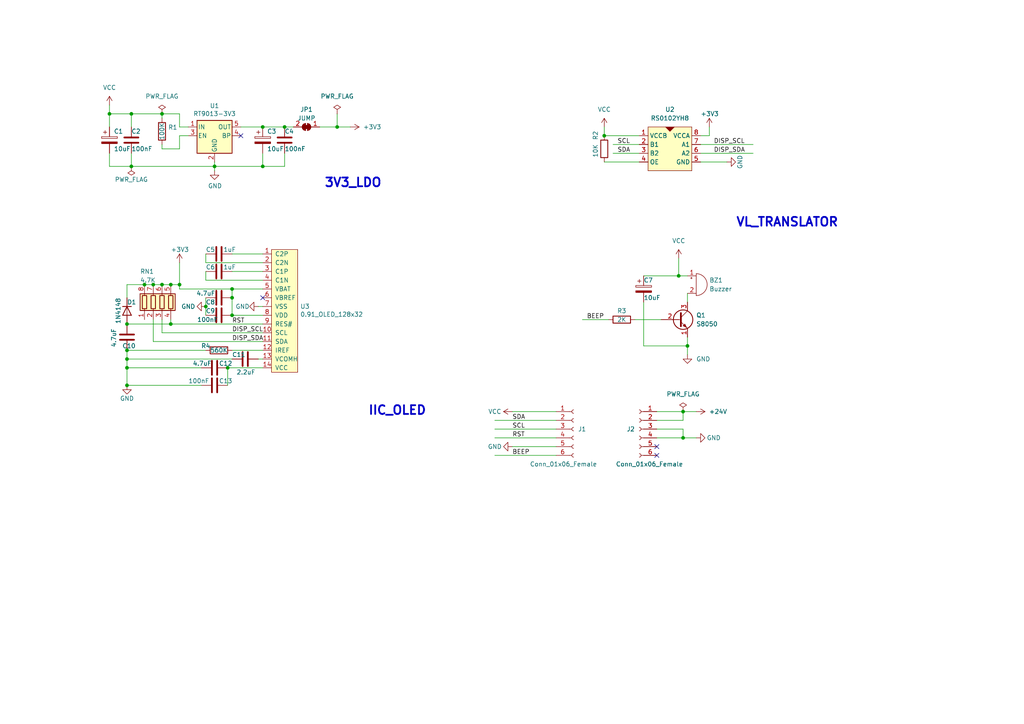
<source format=kicad_sch>
(kicad_sch (version 20211123) (generator eeschema)
  (paper "A4")
  (lib_symbols
    (symbol "Art_Pi_Sensor-rescue:0.91_OLED_128x48" (pin_names (offset 1.016))
      (property "Reference" "U3" (at 8.3312 -2.5146 0))
      (property "Value" "0.91_OLED_128x32" (at 8.3312 -4.826 0))
      (symbol "0.91_OLED_128x48_0_1"
        (rectangle (start 0 13.97) (end 7.62 -21.59) (fill (type background)))
      )
      (symbol "0.91_OLED_128x48_1_1"
        (pin bidirectional line (at -2.54 12.7 0) (length 2.54) (name "C2P") (number "1"))
        (pin bidirectional line (at -2.54 -10.16 0) (length 2.54) (name "SCL") (number "10"))
        (pin bidirectional line (at -2.54 -12.7 0) (length 2.54) (name "SDA") (number "11"))
        (pin bidirectional line (at -2.54 -15.24 0) (length 2.54) (name "IREF") (number "12"))
        (pin bidirectional line (at -2.54 -17.78 0) (length 2.54) (name "VCOMH") (number "13"))
        (pin bidirectional line (at -2.54 -20.32 0) (length 2.54) (name "VCC") (number "14"))
        (pin bidirectional line (at -2.54 10.16 0) (length 2.54) (name "C2N") (number "2"))
        (pin bidirectional line (at -2.54 7.62 0) (length 2.54) (name "C1P") (number "3"))
        (pin bidirectional line (at -2.54 5.08 0) (length 2.54) (name "C1N") (number "4"))
        (pin power_in line (at -2.54 2.54 0) (length 2.54) (name "VBAT") (number "5"))
        (pin bidirectional line (at -2.54 0 0) (length 2.54) (name "VBREF") (number "6"))
        (pin power_in line (at -2.54 -2.54 0) (length 2.54) (name "VSS") (number "7"))
        (pin power_in line (at -2.54 -5.08 0) (length 2.54) (name "VDD") (number "8"))
        (pin bidirectional line (at -2.54 -7.62 0) (length 2.54) (name "RES#") (number "9"))
      )
    )
    (symbol "Connector:Conn_01x06_Female" (pin_names (offset 1.016) hide)
      (property "Reference" "J" (at 0 7.62 0))
      (property "Value" "Conn_01x06_Female" (at 0 -10.16 0))
      (symbol "Conn_01x06_Female_1_1"
        (arc (start 0 -7.112) (mid -0.508 -7.62) (end 0 -8.128) (stroke (width 0.1524)))
        (arc (start 0 -4.572) (mid -0.508 -5.08) (end 0 -5.588) (stroke (width 0.1524)))
        (arc (start 0 -2.032) (mid -0.508 -2.54) (end 0 -3.048) (stroke (width 0.1524)))
        (polyline (pts (xy -1.27 -7.62) (xy -0.508 -7.62)) (stroke (width 0.1524)))
        (polyline (pts (xy -1.27 -5.08) (xy -0.508 -5.08)) (stroke (width 0.1524)))
        (polyline (pts (xy -1.27 -2.54) (xy -0.508 -2.54)) (stroke (width 0.1524)))
        (polyline (pts (xy -1.27 0) (xy -0.508 0)) (stroke (width 0.1524)))
        (polyline (pts (xy -1.27 2.54) (xy -0.508 2.54)) (stroke (width 0.1524)))
        (polyline (pts (xy -1.27 5.08) (xy -0.508 5.08)) (stroke (width 0.1524)))
        (arc (start 0 0.508) (mid -0.508 0) (end 0 -0.508) (stroke (width 0.1524)))
        (arc (start 0 3.048) (mid -0.508 2.54) (end 0 2.032) (stroke (width 0.1524)))
        (arc (start 0 5.588) (mid -0.508 5.08) (end 0 4.572) (stroke (width 0.1524)))
        (pin passive line (at -5.08 5.08 0) (length 3.81) (name "Pin_1") (number "1"))
        (pin passive line (at -5.08 2.54 0) (length 3.81) (name "Pin_2") (number "2"))
        (pin passive line (at -5.08 0 0) (length 3.81) (name "Pin_3") (number "3"))
        (pin passive line (at -5.08 -2.54 0) (length 3.81) (name "Pin_4") (number "4"))
        (pin passive line (at -5.08 -5.08 0) (length 3.81) (name "Pin_5") (number "5"))
        (pin passive line (at -5.08 -7.62 0) (length 3.81) (name "Pin_6") (number "6"))
      )
    )
    (symbol "Device:Buzzer" (pin_names (offset 0.0254) hide)
      (property "Reference" "BZ" (at 3.81 1.27 0))
      (property "Value" "Buzzer" (at 3.81 -1.27 0))
      (symbol "Buzzer_0_1"
        (arc (start 0 -3.175) (mid 3.175 0) (end 0 3.175))
        (polyline (pts (xy -1.651 1.905) (xy -1.143 1.905)))
        (polyline (pts (xy -1.397 2.159) (xy -1.397 1.651)))
        (polyline (pts (xy 0 3.175) (xy 0 -3.175)))
      )
      (symbol "Buzzer_1_1"
        (pin passive line (at -2.54 2.54 0) (length 2.54) (name "-") (number "1"))
        (pin passive line (at -2.54 -2.54 0) (length 2.54) (name "+") (number "2"))
      )
    )
    (symbol "Device:C" (pin_numbers hide) (pin_names (offset 0.254))
      (property "Reference" "C" (at 0.635 2.54 0))
      (property "Value" "C" (at 0.635 -2.54 0))
      (symbol "C_0_1"
        (polyline (pts (xy -2.032 -0.762) (xy 2.032 -0.762)) (stroke (width 0.508)))
        (polyline (pts (xy -2.032 0.762) (xy 2.032 0.762)) (stroke (width 0.508)))
      )
      (symbol "C_1_1"
        (pin passive line (at 0 3.81 270) (length 2.794) (name "~") (number "1"))
        (pin passive line (at 0 -3.81 90) (length 2.794) (name "~") (number "2"))
      )
    )
    (symbol "Device:C_Polarized" (pin_numbers hide) (pin_names (offset 0.254))
      (property "Reference" "C" (at 0.635 2.54 0))
      (property "Value" "C_Polarized" (at 0.635 -2.54 0))
      (symbol "C_Polarized_0_1"
        (rectangle (start -2.286 0.508) (end 2.286 1.016))
        (polyline (pts (xy -1.778 2.286) (xy -0.762 2.286)))
        (polyline (pts (xy -1.27 2.794) (xy -1.27 1.778)))
        (rectangle (start 2.286 -0.508) (end -2.286 -1.016) (fill (type outline)))
      )
      (symbol "C_Polarized_1_1"
        (pin passive line (at 0 3.81 270) (length 2.794) (name "~") (number "1"))
        (pin passive line (at 0 -3.81 90) (length 2.794) (name "~") (number "2"))
      )
    )
    (symbol "Device:D" (pin_numbers hide) (pin_names (offset 1.016) hide)
      (property "Reference" "D" (at 0 2.54 0))
      (property "Value" "D" (at 0 -2.54 0))
      (symbol "D_0_1"
        (polyline (pts (xy -1.27 1.27) (xy -1.27 -1.27)) (stroke (width 0.254)))
        (polyline (pts (xy 1.27 0) (xy -1.27 0)))
        (polyline (pts (xy 1.27 1.27) (xy 1.27 -1.27) (xy -1.27 0) (xy 1.27 1.27)) (stroke (width 0.254)))
      )
      (symbol "D_1_1"
        (pin passive line (at -3.81 0 0) (length 2.54) (name "K") (number "1"))
        (pin passive line (at 3.81 0 180) (length 2.54) (name "A") (number "2"))
      )
    )
    (symbol "Device:R" (pin_numbers hide) (pin_names (offset 0))
      (property "Reference" "R" (at 2.032 0 90))
      (property "Value" "R" (at 0 0 90))
      (symbol "R_0_1"
        (rectangle (start -1.016 -2.54) (end 1.016 2.54) (stroke (width 0.254)))
      )
      (symbol "R_1_1"
        (pin passive line (at 0 3.81 270) (length 1.27) (name "~") (number "1"))
        (pin passive line (at 0 -3.81 90) (length 1.27) (name "~") (number "2"))
      )
    )
    (symbol "Device:R_Pack04" (pin_names (offset 0) hide)
      (property "Reference" "RN" (at -7.62 0 90))
      (property "Value" "R_Pack04" (at 5.08 0 90))
      (symbol "R_Pack04_0_1"
        (rectangle (start -6.35 -2.413) (end 3.81 2.413) (stroke (width 0.254)) (fill (type background)))
        (rectangle (start -5.715 1.905) (end -4.445 -1.905) (stroke (width 0.254)))
        (rectangle (start -3.175 1.905) (end -1.905 -1.905) (stroke (width 0.254)))
        (rectangle (start -0.635 1.905) (end 0.635 -1.905) (stroke (width 0.254)))
        (polyline (pts (xy -5.08 -2.54) (xy -5.08 -1.905)))
        (polyline (pts (xy -5.08 1.905) (xy -5.08 2.54)))
        (polyline (pts (xy -2.54 -2.54) (xy -2.54 -1.905)))
        (polyline (pts (xy -2.54 1.905) (xy -2.54 2.54)))
        (polyline (pts (xy 0 -2.54) (xy 0 -1.905)))
        (polyline (pts (xy 0 1.905) (xy 0 2.54)))
        (polyline (pts (xy 2.54 -2.54) (xy 2.54 -1.905)))
        (polyline (pts (xy 2.54 1.905) (xy 2.54 2.54)))
        (rectangle (start 1.905 1.905) (end 3.175 -1.905) (stroke (width 0.254)))
      )
      (symbol "R_Pack04_1_1"
        (pin passive line (at -5.08 -5.08 90) (length 2.54) (name "R1.1") (number "1"))
        (pin passive line (at -2.54 -5.08 90) (length 2.54) (name "R2.1") (number "2"))
        (pin passive line (at 0 -5.08 90) (length 2.54) (name "R3.1") (number "3"))
        (pin passive line (at 2.54 -5.08 90) (length 2.54) (name "R4.1") (number "4"))
        (pin passive line (at 2.54 5.08 270) (length 2.54) (name "R4.2") (number "5"))
        (pin passive line (at 0 5.08 270) (length 2.54) (name "R3.2") (number "6"))
        (pin passive line (at -2.54 5.08 270) (length 2.54) (name "R2.2") (number "7"))
        (pin passive line (at -5.08 5.08 270) (length 2.54) (name "R1.2") (number "8"))
      )
    )
    (symbol "Jumper:SolderJumper_2_Bridged" (pin_names (offset 0) hide)
      (property "Reference" "JP" (at 0 2.032 0))
      (property "Value" "SolderJumper_2_Bridged" (at 0 -2.54 0))
      (symbol "SolderJumper_2_Bridged_0_1"
        (rectangle (start -0.508 0.508) (end 0.508 -0.508) (fill (type outline)))
        (arc (start -0.254 1.016) (mid -1.27 0) (end -0.254 -1.016))
        (arc (start -0.254 1.016) (mid -1.27 0) (end -0.254 -1.016) (fill (type outline)))
        (polyline (pts (xy -0.254 1.016) (xy -0.254 -1.016)))
        (polyline (pts (xy 0.254 1.016) (xy 0.254 -1.016)))
        (arc (start 0.254 -1.016) (mid 1.27 0) (end 0.254 1.016))
        (arc (start 0.254 -1.016) (mid 1.27 0) (end 0.254 1.016) (fill (type outline)))
      )
      (symbol "SolderJumper_2_Bridged_1_1"
        (pin passive line (at -3.81 0 0) (length 2.54) (name "A") (number "1"))
        (pin passive line (at 3.81 0 180) (length 2.54) (name "B") (number "2"))
      )
    )
    (symbol "My_Library:RS0102YH8"
      (property "Reference" "U" (at 0 -7.62 0))
      (property "Value" "RS0102YH8" (at 0 7.62 0))
      (symbol "RS0102YH8_0_1"
        (rectangle (start -6.35 6.35) (end 6.35 -6.35) (fill (type background)))
        (polyline (pts (xy -1.27 6.35) (xy 0 5.08) (xy 1.27 6.35)) (fill (type outline)))
      )
      (symbol "RS0102YH8_1_1"
        (pin power_in line (at -8.89 3.81 0) (length 2.54) (name "VCCB") (number "1"))
        (pin bidirectional line (at -8.89 1.27 0) (length 2.54) (name "B1") (number "2"))
        (pin bidirectional line (at -8.89 -1.27 0) (length 2.54) (name "B2") (number "3"))
        (pin input line (at -8.89 -3.81 0) (length 2.54) (name "OE") (number "4"))
        (pin power_in line (at 8.89 -3.81 180) (length 2.54) (name "GND") (number "5"))
        (pin bidirectional line (at 8.89 -1.27 180) (length 2.54) (name "A2") (number "6"))
        (pin bidirectional line (at 8.89 1.27 180) (length 2.54) (name "A1") (number "7"))
        (pin power_in line (at 8.89 3.81 180) (length 2.54) (name "VCCA") (number "8"))
      )
    )
    (symbol "Regulator_Linear:MIC5205-3.3YM5" (pin_names (offset 0.254))
      (property "Reference" "U" (at -3.81 5.715 0))
      (property "Value" "MIC5205-3.3YM5" (at 0 5.715 0))
      (symbol "MIC5205-3.3YM5_0_1"
        (rectangle (start -5.08 4.445) (end 5.08 -5.08) (stroke (width 0.254)) (fill (type background)))
      )
      (symbol "MIC5205-3.3YM5_1_1"
        (pin power_in line (at -7.62 2.54 0) (length 2.54) (name "IN") (number "1"))
        (pin power_in line (at 0 -7.62 90) (length 2.54) (name "GND") (number "2"))
        (pin input line (at -7.62 0 0) (length 2.54) (name "EN") (number "3"))
        (pin input line (at 7.62 0 180) (length 2.54) (name "BP") (number "4"))
        (pin power_out line (at 7.62 2.54 180) (length 2.54) (name "OUT") (number "5"))
      )
    )
    (symbol "Transistor_BJT:S8050" (pin_names (offset 0) hide)
      (property "Reference" "Q" (at 5.08 1.905 0))
      (property "Value" "S8050" (at 5.08 0 0))
      (symbol "S8050_0_1"
        (polyline (pts (xy 0 0) (xy 0.635 0)))
        (polyline (pts (xy 0.635 0.635) (xy 2.54 2.54)))
        (polyline (pts (xy 0.635 -0.635) (xy 2.54 -2.54) (xy 2.54 -2.54)))
        (polyline (pts (xy 0.635 1.905) (xy 0.635 -1.905) (xy 0.635 -1.905)) (stroke (width 0.508)))
        (polyline (pts (xy 1.27 -1.778) (xy 1.778 -1.27) (xy 2.286 -2.286) (xy 1.27 -1.778) (xy 1.27 -1.778)) (fill (type outline)))
        (circle (center 1.27 0) (radius 2.8194) (stroke (width 0.254)))
      )
      (symbol "S8050_1_1"
        (pin passive line (at 2.54 -5.08 90) (length 2.54) (name "E") (number "1"))
        (pin input line (at -5.08 0 0) (length 5.08) (name "B") (number "2"))
        (pin passive line (at 2.54 5.08 270) (length 2.54) (name "C") (number "3"))
      )
    )
    (symbol "power:+24V" (power) (pin_names (offset 0))
      (property "Value" "+24V" (at 0 3.556 0))
      (symbol "+24V_0_1"
        (polyline (pts (xy -0.762 1.27) (xy 0 2.54)))
        (polyline (pts (xy 0 0) (xy 0 2.54)))
        (polyline (pts (xy 0 2.54) (xy 0.762 1.27)))
      )
      (symbol "+24V_1_1"
        (pin power_in line (at 0 0 90) (length 0) hide (name "+24V") (number "1"))
      )
    )
    (symbol "power:+3V3" (power) (pin_names (offset 0))
      (property "Value" "+3V3" (at 0 3.556 0))
      (symbol "+3V3_0_1"
        (polyline (pts (xy -0.762 1.27) (xy 0 2.54)))
        (polyline (pts (xy 0 0) (xy 0 2.54)))
        (polyline (pts (xy 0 2.54) (xy 0.762 1.27)))
      )
      (symbol "+3V3_1_1"
        (pin power_in line (at 0 0 90) (length 0) hide (name "+3V3") (number "1"))
      )
    )
    (symbol "power:GND" (power) (pin_names (offset 0))
      (property "Value" "GND" (at 0 -3.81 0))
      (symbol "GND_0_1"
        (polyline (pts (xy 0 0) (xy 0 -1.27) (xy 1.27 -1.27) (xy 0 -2.54) (xy -1.27 -1.27) (xy 0 -1.27)))
      )
      (symbol "GND_1_1"
        (pin power_in line (at 0 0 270) (length 0) hide (name "GND") (number "1"))
      )
    )
    (symbol "power:PWR_FLAG" (power) (pin_numbers hide) (pin_names (offset 0) hide)
      (property "Value" "PWR_FLAG" (at 0 3.81 0))
      (symbol "PWR_FLAG_0_0"
        (pin power_out line (at 0 0 90) (length 0) (name "pwr") (number "1"))
      )
      (symbol "PWR_FLAG_0_1"
        (polyline (pts (xy 0 0) (xy 0 1.27) (xy -1.016 1.905) (xy 0 2.54) (xy 1.016 1.905) (xy 0 1.27)))
      )
    )
    (symbol "power:VCC" (power) (pin_names (offset 0))
      (property "Value" "VCC" (at 0 3.81 0))
      (symbol "VCC_0_1"
        (polyline (pts (xy -0.762 1.27) (xy 0 2.54)))
        (polyline (pts (xy 0 0) (xy 0 2.54)))
        (polyline (pts (xy 0 2.54) (xy 0.762 1.27)))
      )
      (symbol "VCC_1_1"
        (pin power_in line (at 0 0 90) (length 0) hide (name "VCC") (number "1"))
      )
    )
  )
  (junction (at 76.2 48.26))
  (junction (at 31.75 33.02))
  (junction (at 196.85 80.01))
  (junction (at 36.83 106.68))
  (junction (at 67.31 86.36))
  (junction (at 76.2 36.83))
  (junction (at 36.83 93.98))
  (junction (at 36.83 104.14))
  (junction (at 97.79 36.83))
  (junction (at 36.83 101.6))
  (junction (at 38.1 33.02))
  (junction (at 198.12 127))
  (junction (at 59.69 88.9))
  (junction (at 41.91 82.55))
  (junction (at 67.31 91.44))
  (junction (at 82.55 36.83))
  (junction (at 198.12 119.38))
  (junction (at 49.53 82.55))
  (junction (at 52.07 82.55))
  (junction (at 36.83 111.76))
  (junction (at 38.1 48.26))
  (junction (at 46.99 33.02))
  (junction (at 66.04 106.68))
  (junction (at 175.26 39.37))
  (junction (at 67.31 83.82))
  (junction (at 44.45 82.55))
  (junction (at 49.53 93.98))
  (junction (at 46.99 82.55))
  (junction (at 62.23 48.26))
  (junction (at 199.39 100.33))
  (no_connect (at 76.2 86.36))
  (no_connect (at 69.85 39.37))
  (no_connect (at 190.5 132.08))
  (no_connect (at 190.5 129.54))
  (wire (pts (xy 76.2 104.14) (xy 74.93 104.14)))
  (wire (pts (xy 203.2 41.91) (xy 218.44 41.91)))
  (wire (pts (xy 196.85 74.93) (xy 196.85 80.01)))
  (wire (pts (xy 31.75 44.45) (xy 31.75 48.26)))
  (wire (pts (xy 46.99 96.52) (xy 76.2 96.52)))
  (wire (pts (xy 49.53 82.55) (xy 52.07 82.55)))
  (wire (pts (xy 52.07 82.55) (xy 52.07 76.2)))
  (wire (pts (xy 54.61 39.37) (xy 52.07 39.37)))
  (wire (pts (xy 52.07 43.18) (xy 46.99 43.18)))
  (wire (pts (xy 44.45 82.55) (xy 46.99 82.55)))
  (wire (pts (xy 186.69 100.33) (xy 199.39 100.33)))
  (wire (pts (xy 199.39 100.33) (xy 199.39 97.79)))
  (wire (pts (xy 175.26 46.99) (xy 185.42 46.99)))
  (wire (pts (xy 76.2 36.83) (xy 82.55 36.83)))
  (wire (pts (xy 66.04 111.76) (xy 66.04 106.68)))
  (wire (pts (xy 52.07 33.02) (xy 52.07 36.83)))
  (wire (pts (xy 76.2 78.74) (xy 67.31 78.74)))
  (wire (pts (xy 168.91 92.71) (xy 176.53 92.71)))
  (wire (pts (xy 199.39 85.09) (xy 199.39 87.63)))
  (wire (pts (xy 36.83 101.6) (xy 36.83 104.14)))
  (wire (pts (xy 41.91 82.55) (xy 44.45 82.55)))
  (wire (pts (xy 97.79 33.02) (xy 97.79 36.83)))
  (wire (pts (xy 199.39 102.87) (xy 199.39 100.33)))
  (wire (pts (xy 92.71 36.83) (xy 97.79 36.83)))
  (wire (pts (xy 52.07 36.83) (xy 54.61 36.83)))
  (wire (pts (xy 31.75 48.26) (xy 38.1 48.26)))
  (wire (pts (xy 177.8 41.91) (xy 185.42 41.91)))
  (wire (pts (xy 175.26 36.83) (xy 175.26 39.37)))
  (wire (pts (xy 203.2 44.45) (xy 218.44 44.45)))
  (wire (pts (xy 67.31 104.14) (xy 36.83 104.14)))
  (wire (pts (xy 31.75 33.02) (xy 38.1 33.02)))
  (wire (pts (xy 58.42 106.68) (xy 36.83 106.68)))
  (wire (pts (xy 46.99 82.55) (xy 49.53 82.55)))
  (wire (pts (xy 184.15 92.71) (xy 191.77 92.71)))
  (wire (pts (xy 36.83 82.55) (xy 36.83 86.36)))
  (wire (pts (xy 76.2 88.9) (xy 74.93 88.9)))
  (wire (pts (xy 38.1 33.02) (xy 46.99 33.02)))
  (wire (pts (xy 205.74 39.37) (xy 205.74 36.83)))
  (wire (pts (xy 76.2 76.2) (xy 59.69 76.2)))
  (wire (pts (xy 46.99 33.02) (xy 52.07 33.02)))
  (wire (pts (xy 31.75 36.83) (xy 31.75 33.02)))
  (wire (pts (xy 36.83 104.14) (xy 36.83 106.68)))
  (wire (pts (xy 143.51 132.08) (xy 161.29 132.08)))
  (wire (pts (xy 143.51 121.92) (xy 161.29 121.92)))
  (wire (pts (xy 76.2 101.6) (xy 67.31 101.6)))
  (wire (pts (xy 31.75 30.48) (xy 31.75 33.02)))
  (wire (pts (xy 38.1 36.83) (xy 38.1 33.02)))
  (wire (pts (xy 46.99 43.18) (xy 46.99 41.91)))
  (wire (pts (xy 52.07 83.82) (xy 67.31 83.82)))
  (wire (pts (xy 76.2 73.66) (xy 67.31 73.66)))
  (wire (pts (xy 97.79 36.83) (xy 101.6 36.83)))
  (wire (pts (xy 143.51 127) (xy 161.29 127)))
  (wire (pts (xy 62.23 46.99) (xy 62.23 48.26)))
  (wire (pts (xy 44.45 99.06) (xy 76.2 99.06)))
  (wire (pts (xy 62.23 48.26) (xy 62.23 49.53)))
  (wire (pts (xy 186.69 87.63) (xy 186.69 100.33)))
  (wire (pts (xy 76.2 91.44) (xy 67.31 91.44)))
  (wire (pts (xy 59.69 88.9) (xy 59.69 86.36)))
  (wire (pts (xy 76.2 44.45) (xy 76.2 48.26)))
  (wire (pts (xy 203.2 39.37) (xy 205.74 39.37)))
  (wire (pts (xy 190.5 124.46) (xy 198.12 124.46)))
  (wire (pts (xy 82.55 48.26) (xy 82.55 44.45)))
  (wire (pts (xy 196.85 80.01) (xy 199.39 80.01)))
  (wire (pts (xy 148.59 119.38) (xy 161.29 119.38)))
  (wire (pts (xy 38.1 44.45) (xy 38.1 48.26)))
  (wire (pts (xy 76.2 48.26) (xy 82.55 48.26)))
  (wire (pts (xy 76.2 48.26) (xy 62.23 48.26)))
  (wire (pts (xy 190.5 121.92) (xy 198.12 121.92)))
  (wire (pts (xy 58.42 111.76) (xy 36.83 111.76)))
  (wire (pts (xy 44.45 92.71) (xy 44.45 99.06)))
  (wire (pts (xy 59.69 101.6) (xy 36.83 101.6)))
  (wire (pts (xy 59.69 76.2) (xy 59.69 73.66)))
  (wire (pts (xy 198.12 121.92) (xy 198.12 119.38)))
  (wire (pts (xy 46.99 92.71) (xy 46.99 96.52)))
  (wire (pts (xy 143.51 124.46) (xy 161.29 124.46)))
  (wire (pts (xy 203.2 46.99) (xy 210.82 46.99)))
  (wire (pts (xy 148.59 129.54) (xy 161.29 129.54)))
  (wire (pts (xy 36.83 93.98) (xy 49.53 93.98)))
  (wire (pts (xy 198.12 127) (xy 201.93 127)))
  (wire (pts (xy 198.12 124.46) (xy 198.12 127)))
  (wire (pts (xy 38.1 48.26) (xy 62.23 48.26)))
  (wire (pts (xy 67.31 91.44) (xy 67.31 86.36)))
  (wire (pts (xy 190.5 119.38) (xy 198.12 119.38)))
  (wire (pts (xy 59.69 81.28) (xy 59.69 78.74)))
  (wire (pts (xy 198.12 119.38) (xy 201.93 119.38)))
  (wire (pts (xy 175.26 39.37) (xy 185.42 39.37)))
  (wire (pts (xy 82.55 36.83) (xy 85.09 36.83)))
  (wire (pts (xy 52.07 82.55) (xy 52.07 83.82)))
  (wire (pts (xy 69.85 36.83) (xy 76.2 36.83)))
  (wire (pts (xy 46.99 34.29) (xy 46.99 33.02)))
  (wire (pts (xy 76.2 83.82) (xy 67.31 83.82)))
  (wire (pts (xy 59.69 91.44) (xy 59.69 88.9)))
  (wire (pts (xy 49.53 93.98) (xy 49.53 92.71)))
  (wire (pts (xy 36.83 82.55) (xy 41.91 82.55)))
  (wire (pts (xy 186.69 80.01) (xy 196.85 80.01)))
  (wire (pts (xy 52.07 39.37) (xy 52.07 43.18)))
  (wire (pts (xy 49.53 93.98) (xy 76.2 93.98)))
  (wire (pts (xy 36.83 106.68) (xy 36.83 111.76)))
  (wire (pts (xy 177.8 44.45) (xy 185.42 44.45)))
  (wire (pts (xy 190.5 127) (xy 198.12 127)))
  (wire (pts (xy 76.2 81.28) (xy 59.69 81.28)))
  (wire (pts (xy 76.2 106.68) (xy 66.04 106.68)))
  (wire (pts (xy 67.31 86.36) (xy 67.31 83.82)))
  (text "VL_TRANSLATOR" (at 213.36 66.04 0) (effects (font (size 2.54 2.54) (thickness 0.508) bold) (justify left bottom)))
  (text "IIC_OLED" (at 106.68 120.65 0) (effects (font (size 2.54 2.54) (thickness 0.508) bold) (justify left bottom)))
  (text "3V3_LDO" (at 93.98 54.61 0) (effects (font (size 2.54 2.54) (thickness 0.508) bold) (justify left bottom)))
  (label "RST" (at 67.31 93.98 0))
  (label "SCL" (at 148.59 124.46 0))
  (label "RST" (at 148.59 127 0))
  (label "DISP_SCL" (at 207.01 41.91 0))
  (label "BEEP" (at 148.59 132.08 0))
  (label "DISP_SDA" (at 207.01 44.45 0))
  (label "SDA" (at 179.07 44.45 0))
  (label "BEEP" (at 170.18 92.71 0))
  (label "DISP_SDA" (at 67.31 99.06 0))
  (label "DISP_SCL" (at 67.31 96.52 0))
  (label "SDA" (at 148.59 121.92 0))
  (label "SCL" (at 179.07 41.91 0))
  (symbol (lib_id "Device:C") (at 82.55 40.64 0) (unit 1)
    (property "Reference" "C4" (at 82.55 38.1 0) (effects (justify left)))
    (property "Value" "100nF" (at 82.55 43.18 0) (effects (justify left)))
    (property "Footprint" "Capacitor_SMD:C_0603_1608Metric" (effects hide))
  )
  (symbol (lib_id "power:+3V3") (at 52.07 76.2 0) (unit 1)
    (property "Reference" "#PWR08" (effects hide))
    (property "Value" "+3V3" (at 49.53 72.39 0) (effects (justify left)))
  )
  (symbol (lib_id "power:GND") (at 148.59 129.54 270) (unit 1)
    (property "Reference" "#PWR016" (effects hide))
    (property "Value" "GND" (at 143.51 129.54 90))
  )
  (symbol (lib_id "power:+3V3") (at 101.6 36.83 270) (unit 1)
    (property "Reference" "#PWR02" (effects hide))
    (property "Value" "+3V3" (at 107.95 36.83 90))
  )
  (symbol (lib_id "power:PWR_FLAG") (at 46.99 33.02 0) (unit 1)
    (property "Reference" "#FLG01" (effects hide))
    (property "Value" "PWR_FLAG" (at 46.99 27.94 0))
  )
  (symbol (lib_id "power:PWR_FLAG") (at 38.1 48.26 180) (unit 1)
    (property "Reference" "#FLG03" (effects hide))
    (property "Value" "PWR_FLAG" (at 38.1 52.07 0))
  )
  (symbol (lib_id "Device:R") (at 63.5 101.6 270) (unit 1)
    (property "Reference" "R4" (at 59.69 100.33 90))
    (property "Value" "560K" (at 63.5 101.6 90))
    (property "Footprint" "Resistor_SMD:R_0402_1005Metric" (effects hide))
  )
  (symbol (lib_id "power:GND") (at 199.39 102.87 0) (unit 1)
    (property "Reference" "#PWR011" (effects hide))
    (property "Value" "GND" (at 201.93 104.1399 0) (effects (justify left)))
  )
  (symbol (lib_id "power:GND") (at 62.23 49.53 0) (unit 1)
    (property "Reference" "#PWR06" (effects hide))
    (property "Value" "GND" (at 62.357 53.9242 0))
  )
  (symbol (lib_id "power:GND") (at 74.93 88.9 270) (unit 1)
    (property "Reference" "#PWR010" (effects hide))
    (property "Value" "GND" (at 72.39 88.9 90) (effects (justify right)))
  )
  (symbol (lib_id "Jumper:SolderJumper_2_Bridged") (at 88.9 36.83 180) (unit 1)
    (property "Reference" "JP1" (at 88.9 31.75 0))
    (property "Value" "JUMP" (at 88.9 34.29 0))
    (property "Footprint" "Jumper:SolderJumper-2_P1.3mm_Bridged2Bar_Pad1.0x1.5mm" (effects hide))
  )
  (symbol (lib_id "power:+24V") (at 201.93 119.38 270) (unit 1)
    (property "Reference" "#PWR014" (effects hide))
    (property "Value" "+24V" (at 208.28 119.38 90))
  )
  (symbol (lib_id "Device:C") (at 63.5 73.66 270) (unit 1)
    (property "Reference" "C5" (at 59.69 72.39 90) (effects (justify left)))
    (property "Value" "1uF" (at 64.77 72.39 90) (effects (justify left)))
    (property "Footprint" "Capacitor_SMD:C_0603_1608Metric" (effects hide))
  )
  (symbol (lib_id "Connector:Conn_01x06_Female") (at 166.37 124.46 0) (unit 1)
    (property "Reference" "J1" (at 167.64 124.4599 0) (effects (justify left)))
    (property "Value" "Conn_01x06_Female" (at 153.67 134.62 0) (effects (justify left)))
    (property "Footprint" "Connector_PinSocket_2.54mm:PinSocket_1x06_P2.54mm_Vertical" (effects hide))
  )
  (symbol (lib_id "Device:R_Pack04") (at 46.99 87.63 0) (unit 1)
    (property "Reference" "RN1" (at 40.64 78.74 0) (effects (justify left)))
    (property "Value" "4.7K" (at 40.64 81.28 0) (effects (justify left)))
    (property "Footprint" "Resistor_SMD:R_Array_Concave_4x0402" (effects hide))
  )
  (symbol (lib_id "power:VCC") (at 175.26 36.83 0) (unit 1)
    (property "Reference" "#PWR03" (effects hide))
    (property "Value" "VCC" (at 175.26 31.75 0))
  )
  (symbol (lib_id "Device:C") (at 62.23 106.68 270) (unit 1)
    (property "Reference" "C12" (at 63.5 105.41 90) (effects (justify left)))
    (property "Value" "4.7uF" (at 55.88 105.41 90) (effects (justify left)))
    (property "Footprint" "Capacitor_SMD:C_0603_1608Metric" (effects hide))
  )
  (symbol (lib_id "Device:Buzzer") (at 201.93 82.55 0) (unit 1)
    (property "Reference" "BZ1" (at 205.74 81.2799 0) (effects (justify left)))
    (property "Value" "Buzzer" (at 205.74 83.8199 0) (effects (justify left)))
    (property "Footprint" "Buzzer_Beeper:Buzzer_12x9.5RM7.6" (effects hide))
  )
  (symbol (lib_id "Device:R") (at 46.99 38.1 0) (unit 1)
    (property "Reference" "R1" (at 48.768 36.9316 0) (effects (justify left)))
    (property "Value" "100K" (at 46.99 40.64 90) (effects (justify left)))
    (property "Footprint" "Resistor_SMD:R_0402_1005Metric" (effects hide))
  )
  (symbol (lib_id "Art_Pi_Sensor-rescue:0.91_OLED_128x48") (at 78.74 86.36 0) (unit 1)
    (property "Reference" "U3" (at 87.0712 88.8746 0) (effects (justify left)))
    (property "Value" "0.91_OLED_128x32" (at 87.0712 91.186 0) (effects (justify left)))
    (property "Footprint" "My_Library:OLED_128x32" (effects hide))
  )
  (symbol (lib_id "Device:R") (at 175.26 43.18 0) (unit 1)
    (property "Reference" "R2" (at 172.72 40.64 90) (effects (justify left)))
    (property "Value" "10K" (at 172.72 45.72 90) (effects (justify left)))
    (property "Footprint" "Resistor_SMD:R_0402_1005Metric" (effects hide))
  )
  (symbol (lib_id "Device:C") (at 63.5 91.44 270) (unit 1)
    (property "Reference" "C9" (at 59.69 90.17 90) (effects (justify left)))
    (property "Value" "100nF" (at 57.15 92.71 90) (effects (justify left)))
    (property "Footprint" "Capacitor_SMD:C_0603_1608Metric" (effects hide))
  )
  (symbol (lib_id "power:GND") (at 201.93 127 90) (unit 1)
    (property "Reference" "#PWR015" (effects hide))
    (property "Value" "GND" (at 207.01 127 90))
  )
  (symbol (lib_id "Connector:Conn_01x06_Female") (at 185.42 124.46 0) (mirror y) (unit 1)
    (property "Reference" "J2" (at 184.15 124.4599 0) (effects (justify left)))
    (property "Value" "Conn_01x06_Female" (at 198.12 134.62 0) (effects (justify left)))
    (property "Footprint" "Connector_PinSocket_2.54mm:PinSocket_1x06_P2.54mm_Vertical" (effects hide))
  )
  (symbol (lib_id "Device:R") (at 180.34 92.71 270) (unit 1)
    (property "Reference" "R3" (at 180.34 90.17 90))
    (property "Value" "2K" (at 180.34 92.71 90))
    (property "Footprint" "Resistor_SMD:R_0402_1005Metric" (effects hide))
  )
  (symbol (lib_id "My_Library:RS0102YH8") (at 194.31 43.18 0) (unit 1)
    (property "Reference" "U2" (at 194.31 31.75 0))
    (property "Value" "RS0102YH8" (at 194.31 34.29 0))
    (property "Footprint" "Package_SO:VSSOP-8_2.3x2mm_P0.5mm" (effects hide))
    (property "Datasheet" "https://atta.szlcsc.com/upload/public/pdf/source/20200914/C783414_6557205211B20B027C7967DA27FC02D7.pdf" (effects hide))
  )
  (symbol (lib_id "Device:C_Polarized") (at 31.75 40.64 0) (unit 1)
    (property "Reference" "C1" (at 33.02 38.1 0) (effects (justify left)))
    (property "Value" "10uF" (at 33.02 43.18 0) (effects (justify left)))
    (property "Footprint" "Capacitor_Tantalum_SMD:CP_EIA-6032-28_Kemet-C" (effects hide))
  )
  (symbol (lib_id "power:PWR_FLAG") (at 97.79 33.02 0) (unit 1)
    (property "Reference" "#FLG02" (effects hide))
    (property "Value" "PWR_FLAG" (at 97.79 27.94 0))
  )
  (symbol (lib_id "Transistor_BJT:S8050") (at 196.85 92.71 0) (unit 1)
    (property "Reference" "Q1" (at 201.93 91.4399 0) (effects (justify left)))
    (property "Value" "S8050" (at 201.93 93.9799 0) (effects (justify left)))
    (property "Footprint" "Package_TO_SOT_SMD:TSOT-23" (effects hide))
    (property "Datasheet" "http://www.unisonic.com.tw/datasheet/S8050.pdf" (effects hide))
  )
  (symbol (lib_id "power:GND") (at 210.82 46.99 90) (unit 1)
    (property "Reference" "#PWR05" (effects hide))
    (property "Value" "GND" (at 214.63 46.99 0))
  )
  (symbol (lib_id "Device:C") (at 38.1 40.64 0) (unit 1)
    (property "Reference" "C2" (at 38.1 38.1 0) (effects (justify left)))
    (property "Value" "100nF" (at 38.1 43.18 0) (effects (justify left)))
    (property "Footprint" "Capacitor_SMD:C_0603_1608Metric" (effects hide))
  )
  (symbol (lib_id "power:+3V3") (at 205.74 36.83 0) (unit 1)
    (property "Reference" "#PWR04" (effects hide))
    (property "Value" "+3V3" (at 203.2 33.02 0) (effects (justify left)))
  )
  (symbol (lib_id "Device:D") (at 36.83 90.17 270) (unit 1)
    (property "Reference" "D1" (at 36.83 87.63 90) (effects (justify left)))
    (property "Value" "1N4148" (at 34.29 86.36 0) (effects (justify left)))
    (property "Footprint" "Diode_SMD:D_SOD-123" (effects hide))
  )
  (symbol (lib_id "Device:C_Polarized") (at 186.69 83.82 0) (unit 1)
    (property "Reference" "C7" (at 186.69 81.28 0) (effects (justify left)))
    (property "Value" "10uF" (at 186.69 86.36 0) (effects (justify left)))
    (property "Footprint" "Capacitor_SMD:C_1206_3216Metric" (effects hide))
  )
  (symbol (lib_id "power:GND") (at 59.69 88.9 270) (unit 1)
    (property "Reference" "#PWR09" (effects hide))
    (property "Value" "GND" (at 54.61 88.9 90))
  )
  (symbol (lib_id "power:VCC") (at 148.59 119.38 90) (unit 1)
    (property "Reference" "#PWR013" (effects hide))
    (property "Value" "VCC" (at 143.51 119.38 90))
  )
  (symbol (lib_id "Device:C_Polarized") (at 76.2 40.64 0) (unit 1)
    (property "Reference" "C3" (at 77.47 38.1 0) (effects (justify left)))
    (property "Value" "10uF" (at 77.47 43.18 0) (effects (justify left)))
    (property "Footprint" "Capacitor_Tantalum_SMD:CP_EIA-3528-21_Kemet-B" (effects hide))
  )
  (symbol (lib_id "Device:C") (at 63.5 78.74 270) (unit 1)
    (property "Reference" "C6" (at 59.69 77.47 90) (effects (justify left)))
    (property "Value" "1uF" (at 64.77 77.47 90) (effects (justify left)))
    (property "Footprint" "Capacitor_SMD:C_0603_1608Metric" (effects hide))
  )
  (symbol (lib_id "Device:C") (at 36.83 97.79 180) (unit 1)
    (property "Reference" "C10" (at 39.37 100.33 0) (effects (justify left)))
    (property "Value" "4.7uF" (at 33.02 95.25 90) (effects (justify left)))
    (property "Footprint" "Capacitor_SMD:C_0603_1608Metric" (effects hide))
  )
  (symbol (lib_id "power:PWR_FLAG") (at 198.12 119.38 0) (unit 1)
    (property "Reference" "#FLG04" (effects hide))
    (property "Value" "PWR_FLAG" (at 198.12 114.3 0))
  )
  (symbol (lib_id "Regulator_Linear:MIC5205-3.3YM5") (at 62.23 39.37 0) (unit 1)
    (property "Reference" "U1" (at 62.23 30.6832 0))
    (property "Value" "RT9013-3V3" (at 62.23 32.9946 0))
    (property "Footprint" "Package_TO_SOT_SMD:SOT-23-5" (effects hide))
    (property "Datasheet" "http://ww1.microchip.com/downloads/en/DeviceDoc/20005785A.pdf" (effects hide))
  )
  (symbol (lib_id "Device:C") (at 62.23 111.76 270) (unit 1)
    (property "Reference" "C13" (at 63.5 110.49 90) (effects (justify left)))
    (property "Value" "100nF" (at 54.61 110.49 90) (effects (justify left)))
    (property "Footprint" "Capacitor_SMD:C_0603_1608Metric" (effects hide))
  )
  (symbol (lib_id "Device:C") (at 71.12 104.14 270) (unit 1)
    (property "Reference" "C11" (at 67.31 102.87 90) (effects (justify left)))
    (property "Value" "2.2uF" (at 68.58 107.95 90) (effects (justify left)))
    (property "Footprint" "Capacitor_SMD:C_0603_1608Metric" (effects hide))
  )
  (symbol (lib_id "Device:C") (at 63.5 86.36 270) (unit 1)
    (property "Reference" "C8" (at 59.69 87.63 90) (effects (justify left)))
    (property "Value" "4.7uF" (at 59.69 85.09 90))
    (property "Footprint" "Capacitor_SMD:C_0603_1608Metric" (effects hide))
  )
  (symbol (lib_id "power:GND") (at 36.83 111.76 0) (unit 1)
    (property "Reference" "#PWR012" (effects hide))
    (property "Value" "GND" (at 36.83 115.57 0))
  )
  (symbol (lib_id "power:VCC") (at 31.75 30.48 0) (unit 1)
    (property "Reference" "#PWR01" (effects hide))
    (property "Value" "VCC" (at 31.75 25.4 0))
  )
  (symbol (lib_id "power:VCC") (at 196.85 74.93 0) (unit 1)
    (property "Reference" "#PWR07" (effects hide))
    (property "Value" "VCC" (at 196.85 69.85 0))
  )
)
</source>
